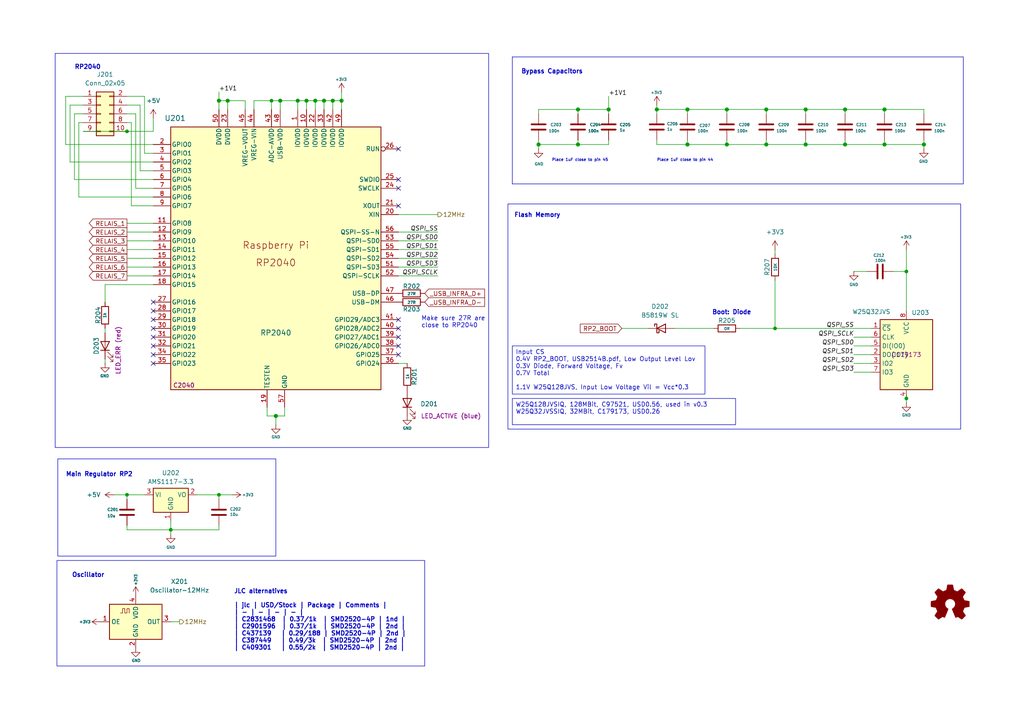
<source format=kicad_sch>
(kicad_sch (version 20231120) (generator "eeschema") (generator_version "8.0")
  (paper "A4")
  (title_block (title "Octoprobe tentacle") (date "2025-02-13") (rev "0.4") (company "Hans Märki, Märki Informatik") (comment 1 "The MIT License (MIT)"))
  (lib_symbols
    (symbol "00_project_library:AMS1117-3.3"
      (property "Reference" "U" (at -3.81 3.175 0))
      (property "Value" "AMS1117-3.3" (at 0 3.175 0))
      (symbol "AMS1117-3.3_0_1"
        (rectangle (start -5.08 1.905) (end 5.08 -5.08) (stroke (width 0.254)) (fill (type background)))
      )
      (symbol "AMS1117-3.3_1_1"
        (pin power_in line (at 0 -7.62 90) (length 2.54) (name "GND") (number "1"))
        (pin power_out line (at 7.62 0 180) (length 2.54) (name "VO") (number "2"))
        (pin power_in line (at -7.62 0 0) (length 2.54) (name "VI") (number "3"))
      )
    )
    (symbol "00_project_library:C" (pin_numbers hide) (pin_names (offset 0.254))
      (property "Reference" "C" (at 0.635 2.54 0))
      (property "Value" "C" (at 0.635 -2.54 0))
      (symbol "C_0_1"
        (polyline (pts (xy -2.032 -0.762) (xy 2.032 -0.762)) (stroke (width 0.508)))
        (polyline (pts (xy -2.032 0.762) (xy 2.032 0.762)) (stroke (width 0.508)))
      )
      (symbol "C_1_1"
        (pin passive line (at 0 3.81 270) (length 2.794) (name "~") (number "1"))
        (pin passive line (at 0 -3.81 90) (length 2.794) (name "~") (number "2"))
      )
    )
    (symbol "00_project_library:LED BLUE" (pin_numbers hide) (pin_names (offset 1.016) hide)
      (property "Reference" "D" (at 0 2.54 0))
      (property "Value" "LED BLUE" (at 0 -2.54 0))
      (symbol "LED BLUE_0_1"
        (polyline (pts (xy -1.27 -1.27) (xy -1.27 1.27)) (stroke (width 0.254)))
        (polyline (pts (xy -1.27 0) (xy 1.27 0)))
        (polyline (pts (xy 1.27 -1.27) (xy 1.27 1.27) (xy -1.27 0) (xy 1.27 -1.27)) (stroke (width 0.254)))
        (polyline (pts (xy -3.048 -0.762) (xy -4.572 -2.286) (xy -3.81 -2.286) (xy -4.572 -2.286) (xy -4.572 -1.524)))
        (polyline (pts (xy -1.778 -0.762) (xy -3.302 -2.286) (xy -2.54 -2.286) (xy -3.302 -2.286) (xy -3.302 -1.524)))
      )
      (symbol "LED BLUE_1_1"
        (pin passive line (at -3.81 0 0) (length 2.54) (name "K") (number "1"))
        (pin passive line (at 3.81 0 180) (length 2.54) (name "A") (number "2"))
      )
    )
    (symbol "00_project_library:LED GREEN" (pin_numbers hide) (pin_names (offset 1.016) hide)
      (property "Reference" "D" (at 0 2.54 0))
      (property "Value" "LED GREEN" (at 0 -2.54 0))
      (symbol "LED GREEN_0_1"
        (polyline (pts (xy -1.27 -1.27) (xy -1.27 1.27)) (stroke (width 0.254)))
        (polyline (pts (xy -1.27 0) (xy 1.27 0)))
        (polyline (pts (xy 1.27 -1.27) (xy 1.27 1.27) (xy -1.27 0) (xy 1.27 -1.27)) (stroke (width 0.254)))
        (polyline (pts (xy -3.048 -0.762) (xy -4.572 -2.286) (xy -3.81 -2.286) (xy -4.572 -2.286) (xy -4.572 -1.524)))
        (polyline (pts (xy -1.778 -0.762) (xy -3.302 -2.286) (xy -2.54 -2.286) (xy -3.302 -2.286) (xy -3.302 -1.524)))
      )
      (symbol "LED GREEN_1_1"
        (pin passive line (at -3.81 0 0) (length 2.54) (name "K") (number "1"))
        (pin passive line (at 3.81 0 180) (length 2.54) (name "A") (number "2"))
      )
    )
    (symbol "00_project_library:Oscillator-12MHz"
      (property "Reference" "X" (at -5.08 6.35 0))
      (property "Value" "Oscillator-12MHz" (at 1.27 -6.35 0))
      (symbol "Oscillator-12MHz_0_1"
        (rectangle (start -7.62 5.08) (end 7.62 -5.08) (stroke (width 0.254)) (fill (type background)))
        (polyline (pts (xy -4.445 2.54) (xy -3.81 2.54) (xy -3.81 3.81) (xy -3.175 3.81) (xy -3.175 2.54) (xy -2.54 2.54) (xy -2.54 3.81) (xy -1.905 3.81) (xy -1.905 2.54)))
      )
      (symbol "Oscillator-12MHz_1_1"
        (pin input line (at -10.16 0 0) (length 2.54) (name "OE") (number "1"))
        (pin power_in line (at 0 -7.62 90) (length 2.54) (name "GND") (number "2"))
        (pin output line (at 10.16 0 180) (length 2.54) (name "OUT") (number "3"))
        (pin power_in line (at 0 7.62 270) (length 2.54) (name "VDD") (number "4"))
      )
    )
    (symbol "00_project_library:RP2040" (pin_names (offset 0.254))
      (property "Reference" "U" (at 1.27 78.74 0))
      (property "Value" "RP2040" (at 30.48 16.51 0))
      (symbol "RP2040_0_0"
        (text "Raspberry Pi" (at 30.48 41.91 0) (effects (font (size 2 2))))
        (text "RP2040" (at 30.48 36.83 0) (effects (font (size 2 2))))
      )
      (symbol "RP2040_1_0"
        (rectangle (start 0 76.2) (end 60.96 0) (stroke (width 0.254)) (fill (type background)))
      )
      (symbol "RP2040_1_1"
        (pin power_in line (at 36.83 81.28 270) (length 5.08) (name "IOVDD") (number "1"))
        (pin power_in line (at 39.37 81.28 270) (length 5.08) (name "IOVDD") (number "10"))
        (pin bidirectional line (at -5.08 48.26 0) (length 5.08) (name "GPIO8") (number "11"))
        (pin bidirectional line (at -5.08 45.72 0) (length 5.08) (name "GPIO9") (number "12"))
        (pin bidirectional line (at -5.08 43.18 0) (length 5.08) (name "GPIO10") (number "13"))
        (pin bidirectional line (at -5.08 40.64 0) (length 5.08) (name "GPIO11") (number "14"))
        (pin bidirectional line (at -5.08 38.1 0) (length 5.08) (name "GPIO12") (number "15"))
        (pin bidirectional line (at -5.08 35.56 0) (length 5.08) (name "GPIO13") (number "16"))
        (pin bidirectional line (at -5.08 33.02 0) (length 5.08) (name "GPIO14") (number "17"))
        (pin bidirectional line (at -5.08 30.48 0) (length 5.08) (name "GPIO15") (number "18"))
        (pin input line (at 27.94 -5.08 90) (length 5.08) (name "TESTEN") (number "19"))
        (pin bidirectional line (at -5.08 71.12 0) (length 5.08) (name "GPIO0") (number "2"))
        (pin bidirectional line (at 66.04 50.8 180) (length 5.08) (name "XIN") (number "20"))
        (pin output line (at 66.04 53.34 180) (length 5.08) (name "XOUT") (number "21"))
        (pin power_in line (at 41.91 81.28 270) (length 5.08) (name "IOVDD") (number "22"))
        (pin power_in line (at 16.51 81.28 270) (length 5.08) (name "DVDD") (number "23"))
        (pin unspecified line (at 66.04 58.42 180) (length 5.08) (name "SWCLK") (number "24"))
        (pin unspecified line (at 66.04 60.96 180) (length 5.08) (name "SWDIO") (number "25"))
        (pin input inverted (at 66.04 69.85 180) (length 5.08) (name "RUN") (number "26"))
        (pin bidirectional line (at -5.08 25.4 0) (length 5.08) (name "GPIO16") (number "27"))
        (pin bidirectional line (at -5.08 22.86 0) (length 5.08) (name "GPIO17") (number "28"))
        (pin bidirectional line (at -5.08 20.32 0) (length 5.08) (name "GPIO18") (number "29"))
        (pin bidirectional line (at -5.08 68.58 0) (length 5.08) (name "GPIO1") (number "3"))
        (pin bidirectional line (at -5.08 17.78 0) (length 5.08) (name "GPIO19") (number "30"))
        (pin bidirectional line (at -5.08 15.24 0) (length 5.08) (name "GPIO20") (number "31"))
        (pin bidirectional line (at -5.08 12.7 0) (length 5.08) (name "GPIO21") (number "32"))
        (pin power_in line (at 44.45 81.28 270) (length 5.08) (name "IOVDD") (number "33"))
        (pin bidirectional line (at -5.08 10.16 0) (length 5.08) (name "GPIO22") (number "34"))
        (pin bidirectional line (at -5.08 7.62 0) (length 5.08) (name "GPIO23") (number "35"))
        (pin bidirectional line (at 66.04 7.62 180) (length 5.08) (name "GPIO24") (number "36"))
        (pin bidirectional line (at 66.04 10.16 180) (length 5.08) (name "GPIO25") (number "37"))
        (pin bidirectional line (at 66.04 12.7 180) (length 5.08) (name "GPIO26/ADC0") (number "38"))
        (pin bidirectional line (at 66.04 15.24 180) (length 5.08) (name "GPIO27/ADC1") (number "39"))
        (pin bidirectional line (at -5.08 66.04 0) (length 5.08) (name "GPIO2") (number "4"))
        (pin bidirectional line (at 66.04 17.78 180) (length 5.08) (name "GPIO28/ADC2") (number "40"))
        (pin bidirectional line (at 66.04 20.32 180) (length 5.08) (name "GPIO29/ADC3") (number "41"))
        (pin power_in line (at 46.99 81.28 270) (length 5.08) (name "IOVDD") (number "42"))
        (pin power_in line (at 29.21 81.28 270) (length 5.08) (name "ADC-AVDD") (number "43"))
        (pin power_in line (at 24.13 81.28 270) (length 5.08) (name "VREG-VIN") (number "44"))
        (pin power_out line (at 21.59 81.28 270) (length 5.08) (name "VREG-VOUT") (number "45"))
        (pin bidirectional line (at 66.04 25.4 180) (length 5.08) (name "USB-DM") (number "46"))
        (pin bidirectional line (at 66.04 27.94 180) (length 5.08) (name "USB-DP") (number "47"))
        (pin power_in line (at 31.75 81.28 270) (length 5.08) (name "USB-VDD") (number "48"))
        (pin power_in line (at 49.53 81.28 270) (length 5.08) (name "IOVDD") (number "49"))
        (pin bidirectional line (at -5.08 63.5 0) (length 5.08) (name "GPIO3") (number "5"))
        (pin power_in line (at 13.97 81.28 270) (length 5.08) (name "DVDD") (number "50"))
        (pin bidirectional line (at 66.04 35.56 180) (length 5.08) (name "QSPI-SD3") (number "51"))
        (pin bidirectional line (at 66.04 33.02 180) (length 5.08) (name "QSPI-SCLK") (number "52"))
        (pin bidirectional line (at 66.04 43.18 180) (length 5.08) (name "QSPI-SD0") (number "53"))
        (pin bidirectional line (at 66.04 38.1 180) (length 5.08) (name "QSPI-SD2") (number "54"))
        (pin bidirectional line (at 66.04 40.64 180) (length 5.08) (name "QSPI-SD1") (number "55"))
        (pin bidirectional line (at 66.04 45.72 180) (length 5.08) (name "QSPI-SS-N") (number "56"))
        (pin power_in line (at 33.02 -5.08 90) (length 5.08) (name "GND") (number "57"))
        (pin bidirectional line (at -5.08 60.96 0) (length 5.08) (name "GPIO4") (number "6"))
        (pin bidirectional line (at -5.08 58.42 0) (length 5.08) (name "GPIO5") (number "7"))
        (pin bidirectional line (at -5.08 55.88 0) (length 5.08) (name "GPIO6") (number "8"))
        (pin bidirectional line (at -5.08 53.34 0) (length 5.08) (name "GPIO7") (number "9"))
      )
    )
    (symbol "00_project_library:W25Q32JVS"
      (property "Reference" "U" (at -8.89 8.89 0))
      (property "Value" "W25Q32JVS" (at 8.89 12.7 0))
      (property "JLC" "C179173" (at 0 0 0))
      (symbol "W25Q32JVS_0_1"
        (rectangle (start -7.62 10.16) (end 7.62 -10.16) (stroke (width 0.254)) (fill (type background)))
      )
      (symbol "W25Q32JVS_1_1"
        (pin input line (at -10.16 7.62 0) (length 2.54) (name "~{CS}") (number "1"))
        (pin bidirectional line (at -10.16 0 0) (length 2.54) (name "DO(IO1)") (number "2"))
        (pin bidirectional line (at -10.16 -2.54 0) (length 2.54) (name "IO2") (number "3"))
        (pin power_in line (at 0 -12.7 90) (length 2.54) (name "GND") (number "4"))
        (pin bidirectional line (at -10.16 2.54 0) (length 2.54) (name "DI(IO0)") (number "5"))
        (pin input line (at -10.16 5.08 0) (length 2.54) (name "CLK") (number "6"))
        (pin bidirectional line (at -10.16 -5.08 0) (length 2.54) (name "IO3") (number "7"))
        (pin power_in line (at 0 12.7 270) (length 2.54) (name "VCC") (number "8"))
      )
    )
    (symbol "Connector_Generic:Conn_02x05_Odd_Even" (pin_names (offset 1.016) hide)
      (property "Reference" "J" (at 1.27 7.62 0))
      (property "Value" "Conn_02x05_Odd_Even" (at 1.27 -7.62 0))
      (symbol "Conn_02x05_Odd_Even_1_1"
        (rectangle (start -1.27 -4.953) (end 0 -5.207) (stroke (width 0.1524)))
        (rectangle (start -1.27 -2.413) (end 0 -2.667) (stroke (width 0.1524)))
        (rectangle (start -1.27 0.127) (end 0 -0.127) (stroke (width 0.1524)))
        (rectangle (start -1.27 2.667) (end 0 2.413) (stroke (width 0.1524)))
        (rectangle (start -1.27 5.207) (end 0 4.953) (stroke (width 0.1524)))
        (rectangle (start -1.27 6.35) (end 3.81 -6.35) (stroke (width 0.254)) (fill (type background)))
        (rectangle (start 3.81 -4.953) (end 2.54 -5.207) (stroke (width 0.1524)))
        (rectangle (start 3.81 -2.413) (end 2.54 -2.667) (stroke (width 0.1524)))
        (rectangle (start 3.81 0.127) (end 2.54 -0.127) (stroke (width 0.1524)))
        (rectangle (start 3.81 2.667) (end 2.54 2.413) (stroke (width 0.1524)))
        (rectangle (start 3.81 5.207) (end 2.54 4.953) (stroke (width 0.1524)))
        (pin passive line (at -5.08 5.08 0) (length 3.81) (name "Pin_1") (number "1"))
        (pin passive line (at 7.62 -5.08 180) (length 3.81) (name "Pin_10") (number "10"))
        (pin passive line (at 7.62 5.08 180) (length 3.81) (name "Pin_2") (number "2"))
        (pin passive line (at -5.08 2.54 0) (length 3.81) (name "Pin_3") (number "3"))
        (pin passive line (at 7.62 2.54 180) (length 3.81) (name "Pin_4") (number "4"))
        (pin passive line (at -5.08 0 0) (length 3.81) (name "Pin_5") (number "5"))
        (pin passive line (at 7.62 0 180) (length 3.81) (name "Pin_6") (number "6"))
        (pin passive line (at -5.08 -2.54 0) (length 3.81) (name "Pin_7") (number "7"))
        (pin passive line (at 7.62 -2.54 180) (length 3.81) (name "Pin_8") (number "8"))
        (pin passive line (at -5.08 -5.08 0) (length 3.81) (name "Pin_9") (number "9"))
      )
    )
    (symbol "Device:D_Schottky" (pin_numbers hide) (pin_names (offset 1.016) hide)
      (property "Reference" "D" (at 0 2.54 0))
      (property "Value" "D_Schottky" (at 0 -2.54 0))
      (symbol "D_Schottky_0_1"
        (polyline (pts (xy 1.27 0) (xy -1.27 0)))
        (polyline (pts (xy 1.27 1.27) (xy 1.27 -1.27) (xy -1.27 0) (xy 1.27 1.27)) (stroke (width 0.254)))
        (polyline (pts (xy -1.905 0.635) (xy -1.905 1.27) (xy -1.27 1.27) (xy -1.27 -1.27) (xy -0.635 -1.27) (xy -0.635 -0.635)) (stroke (width 0.254)))
      )
      (symbol "D_Schottky_1_1"
        (pin passive line (at -3.81 0 0) (length 2.54) (name "K") (number "1"))
        (pin passive line (at 3.81 0 180) (length 2.54) (name "A") (number "2"))
      )
    )
    (symbol "Device:R" (pin_numbers hide) (pin_names (offset 0))
      (property "Reference" "R" (at 2.032 0 90))
      (property "Value" "R" (at 0 0 90))
      (symbol "R_0_1"
        (rectangle (start -1.016 -2.54) (end 1.016 2.54) (stroke (width 0.254)))
      )
      (symbol "R_1_1"
        (pin passive line (at 0 3.81 270) (length 1.27) (name "~") (number "1"))
        (pin passive line (at 0 -3.81 90) (length 1.27) (name "~") (number "2"))
      )
    )
    (symbol "Graphic:Logo_Open_Hardware_Small" (in_bom no) (on_board no)
      (symbol "Logo_Open_Hardware_Small_0_1"
        (polyline (pts (xy 3.3528 -4.3434) (xy 3.302 -4.318) (xy 3.175 -4.2418) (xy 2.9972 -4.1148) (xy 2.7686 -3.9624) (xy 2.54 -3.81) (xy 2.3622 -3.7084) (xy 2.2352 -3.6068) (xy 2.1844 -3.5814) (xy 2.159 -3.6068) (xy 2.0574 -3.6576) (xy 1.905 -3.7338) (xy 1.8034 -3.7846) (xy 1.6764 -3.8354) (xy 1.6002 -3.8354) (xy 1.6002 -3.8354) (xy 1.5494 -3.7338) (xy 1.4732 -3.5306) (xy 1.3462 -3.302) (xy 1.2446 -3.0226) (xy 1.1176 -2.7178) (xy 0.9652 -2.413) (xy 0.8636 -2.1082) (xy 0.7366 -1.8288) (xy 0.6604 -1.6256) (xy 0.6096 -1.4732) (xy 0.5842 -1.397) (xy 0.5842 -1.397) (xy 0.6604 -1.3208) (xy 0.7874 -1.2446) (xy 1.0414 -1.016) (xy 1.2954 -0.6858) (xy 1.4478 -0.3302) (xy 1.524 0.0762) (xy 1.4732 0.4572) (xy 1.3208 0.8128) (xy 1.0668 1.143) (xy 0.762 1.3716) (xy 0.4064 1.524) (xy 0 1.5748) (xy -0.381 1.5494) (xy -0.7366 1.397) (xy -1.0668 1.143) (xy -1.2192 0.9906) (xy -1.397 0.6604) (xy -1.524 0.3048) (xy -1.524 0.2286) (xy -1.4986 -0.1778) (xy -1.397 -0.5334) (xy -1.1938 -0.8636) (xy -0.9144 -1.143) (xy -0.8636 -1.1684) (xy -0.7366 -1.27) (xy -0.635 -1.3462) (xy -0.5842 -1.397) (xy -1.0668 -2.5908) (xy -1.143 -2.794) (xy -1.2954 -3.1242) (xy -1.397 -3.4036) (xy -1.4986 -3.6322) (xy -1.5748 -3.7846) (xy -1.6002 -3.8354) (xy -1.6002 -3.8354) (xy -1.651 -3.8354) (xy -1.7272 -3.81) (xy -1.905 -3.7338) (xy -2.0066 -3.683) (xy -2.1336 -3.6068) (xy -2.2098 -3.5814) (xy -2.2606 -3.6068) (xy -2.3622 -3.683) (xy -2.54 -3.81) (xy -2.7686 -3.9624) (xy -2.9718 -4.0894) (xy -3.1496 -4.2164) (xy -3.302 -4.318) (xy -3.3528 -4.3434) (xy -3.3782 -4.3434) (xy -3.429 -4.318) (xy -3.5306 -4.2164) (xy -3.7084 -4.064) (xy -3.937 -3.8354) (xy -3.9624 -3.81) (xy -4.1656 -3.6068) (xy -4.318 -3.4544) (xy -4.4196 -3.3274) (xy -4.445 -3.2766) (xy -4.445 -3.2766) (xy -4.4196 -3.2258) (xy -4.318 -3.0734) (xy -4.2164 -2.8956) (xy -4.064 -2.667) (xy -3.6576 -2.0828) (xy -3.8862 -1.5494) (xy -3.937 -1.3716) (xy -4.0386 -1.1684) (xy -4.0894 -1.0414) (xy -4.1148 -0.9652) (xy -4.191 -0.9398) (xy -4.318 -0.9144) (xy -4.5466 -0.8636) (xy -4.8006 -0.8128) (xy -5.0546 -0.7874) (xy -5.2578 -0.7366) (xy -5.4356 -0.7112) (xy -5.5118 -0.6858) (xy -5.5118 -0.6858) (xy -5.5372 -0.635) (xy -5.5372 -0.5588) (xy -5.5372 -0.4318) (xy -5.5626 -0.2286) (xy -5.5626 0.0762) (xy -5.5626 0.127) (xy -5.5372 0.4064) (xy -5.5372 0.635) (xy -5.5372 0.762) (xy -5.5372 0.8382) (xy -5.5372 0.8382) (xy -5.461 0.8382) (xy -5.3086 0.889) (xy -5.08 0.9144) (xy -4.826 0.9652) (xy -4.8006 0.9906) (xy -4.5466 1.0414) (xy -4.318 1.0668) (xy -4.1656 1.1176) (xy -4.0894 1.143) (xy -4.0894 1.143) (xy -4.0386 1.2446) (xy -3.9624 1.4224) (xy -3.8608 1.6256) (xy -3.7846 1.8288) (xy -3.7084 2.0066) (xy -3.6576 2.159) (xy -3.6322 2.2098) (xy -3.6322 2.2098) (xy -3.683 2.286) (xy -3.7592 2.413) (xy -3.8862 2.5908) (xy -4.064 2.8194) (xy -4.064 2.8448) (xy -4.2164 3.0734) (xy -4.3434 3.2512) (xy -4.4196 3.3782) (xy -4.445 3.4544) (xy -4.445 3.4544) (xy -4.3942 3.5052) (xy -4.2926 3.6322) (xy -4.1148 3.81) (xy -3.937 4.0132) (xy -3.8608 4.064) (xy -3.6576 4.2926) (xy -3.5052 4.4196) (xy -3.4036 4.4958) (xy -3.3528 4.5212) (xy -3.3528 4.5212) (xy -3.302 4.4704) (xy -3.1496 4.3688) (xy -2.9718 4.2418) (xy -2.7432 4.0894) (xy -2.7178 4.0894) (xy -2.4892 3.937) (xy -2.3114 3.81) (xy -2.1844 3.7084) (xy -2.1336 3.683) (xy -2.1082 3.683) (xy -2.032 3.7084) (xy -1.8542 3.7592) (xy -1.6764 3.8354) (xy -1.4732 3.937) (xy -1.27 4.0132) (xy -1.143 4.064) (xy -1.0668 4.1148) (xy -1.0668 4.1148) (xy -1.0414 4.191) (xy -1.016 4.3434) (xy -0.9652 4.572) (xy -0.9144 4.8514) (xy -0.889 4.9022) (xy -0.8382 5.1562) (xy -0.8128 5.3848) (xy -0.7874 5.5372) (xy -0.762 5.588) (xy -0.7112 5.6134) (xy -0.5842 5.6134) (xy -0.4064 5.6134) (xy -0.1524 5.6134) (xy 0.0762 5.6134) (xy 0.3302 5.6134) (xy 0.5334 5.6134) (xy 0.6858 5.588) (xy 0.7366 5.588) (xy 0.7366 5.588) (xy 0.762 5.5118) (xy 0.8128 5.334) (xy 0.8382 5.1054) (xy 0.9144 4.826) (xy 0.9144 4.7752) (xy 0.9652 4.5212) (xy 1.016 4.2926) (xy 1.0414 4.1402) (xy 1.0668 4.0894) (xy 1.0668 4.0894) (xy 1.1938 4.0386) (xy 1.3716 3.9624) (xy 1.5748 3.8608) (xy 2.0828 3.6576) (xy 2.7178 4.0894) (xy 2.7686 4.1402) (xy 2.9972 4.2926) (xy 3.175 4.4196) (xy 3.302 4.4958) (xy 3.3782 4.5212) (xy 3.3782 4.5212) (xy 3.429 4.4704) (xy 3.556 4.3434) (xy 3.7338 4.191) (xy 3.9116 3.9878) (xy 4.064 3.8354) (xy 4.2418 3.6576) (xy 4.3434 3.556) (xy 4.4196 3.4798) (xy 4.4196 3.429) (xy 4.4196 3.4036) (xy 4.3942 3.3274) (xy 4.2926 3.2004) (xy 4.1656 2.9972) (xy 4.0132 2.794) (xy 3.8862 2.5908) (xy 3.7592 2.3876) (xy 3.6576 2.2352) (xy 3.6322 2.159) (xy 3.6322 2.1336) (xy 3.683 2.0066) (xy 3.7592 1.8288) (xy 3.8608 1.6002) (xy 4.064 1.1176) (xy 4.3942 1.0414) (xy 4.5974 1.016) (xy 4.8768 0.9652) (xy 5.1308 0.9144) (xy 5.5372 0.8382) (xy 5.5626 -0.6604) (xy 5.4864 -0.6858) (xy 5.4356 -0.6858) (xy 5.2832 -0.7366) (xy 5.0546 -0.762) (xy 4.8006 -0.8128) (xy 4.5974 -0.8636) (xy 4.3688 -0.9144) (xy 4.2164 -0.9398) (xy 4.1402 -0.9398) (xy 4.1148 -0.9652) (xy 4.064 -1.0668) (xy 3.9878 -1.2446) (xy 3.9116 -1.4478) (xy 3.81 -1.651) (xy 3.7338 -1.8542) (xy 3.683 -2.0066) (xy 3.6576 -2.0828) (xy 3.683 -2.1336) (xy 3.7846 -2.2606) (xy 3.8862 -2.4638) (xy 4.0386 -2.667) (xy 4.191 -2.8956) (xy 4.318 -3.0734) (xy 4.3942 -3.2004) (xy 4.445 -3.2766) (xy 4.4196 -3.3274) (xy 4.3434 -3.429) (xy 4.1656 -3.5814) (xy 3.937 -3.8354) (xy 3.8862 -3.8608) (xy 3.683 -4.064) (xy 3.5306 -4.2164) (xy 3.4036 -4.318) (xy 3.3528 -4.3434)) (fill (type outline)))
      )
    )
    (symbol "power:+3V3" (power) (pin_numbers hide) (pin_names (offset 0) hide)
      (property "Value" "+3V3" (at 0 3.556 0))
      (symbol "+3V3_0_1"
        (polyline (pts (xy -0.762 1.27) (xy 0 2.54)))
        (polyline (pts (xy 0 0) (xy 0 2.54)))
        (polyline (pts (xy 0 2.54) (xy 0.762 1.27)))
      )
      (symbol "+3V3_1_1"
        (pin power_in line (at 0 0 90) (length 0) (name "~") (number "1"))
      )
    )
    (symbol "power:+5V" (power) (pin_numbers hide) (pin_names (offset 0) hide)
      (property "Value" "+5V" (at 0 3.556 0))
      (symbol "+5V_0_1"
        (polyline (pts (xy -0.762 1.27) (xy 0 2.54)))
        (polyline (pts (xy 0 0) (xy 0 2.54)))
        (polyline (pts (xy 0 2.54) (xy 0.762 1.27)))
      )
      (symbol "+5V_1_1"
        (pin power_in line (at 0 0 90) (length 0) (name "~") (number "1"))
      )
    )
    (symbol "power:GND" (power) (pin_numbers hide) (pin_names (offset 0) hide)
      (property "Value" "GND" (at 0 -3.81 0))
      (symbol "GND_0_1"
        (polyline (pts (xy 0 0) (xy 0 -1.27) (xy 1.27 -1.27) (xy 0 -2.54) (xy -1.27 -1.27) (xy 0 -1.27)))
      )
      (symbol "GND_1_1"
        (pin power_in line (at 0 0 270) (length 0) (name "~") (number "1"))
      )
    )
  )
  (junction (at 91.44 29.21) (diameter 1.016))
  (junction (at 80.01 120.65) (diameter 1.016))
  (junction (at 262.89 78.74))
  (junction (at 176.53 31.75) (diameter 1.016))
  (junction (at 262.89 115.57))
  (junction (at 99.06 29.21) (diameter 1.016))
  (junction (at 222.25 31.75) (diameter 1.016))
  (junction (at 156.21 41.91) (diameter 1.016))
  (junction (at 78.74 29.21))
  (junction (at 233.68 31.75) (diameter 1.016))
  (junction (at 63.5 29.21) (diameter 1.016))
  (junction (at 222.25 41.91) (diameter 1.016))
  (junction (at 245.11 31.75) (diameter 1.016))
  (junction (at 88.9 29.21) (diameter 1.016))
  (junction (at 49.53 153.67))
  (junction (at 167.64 41.91) (diameter 1.016))
  (junction (at 81.28 29.21) (diameter 1.016))
  (junction (at 36.83 38.1))
  (junction (at 210.82 31.75) (diameter 1.016))
  (junction (at 190.5 31.75) (diameter 1.016))
  (junction (at 267.97 41.91) (diameter 1.016))
  (junction (at 96.52 29.21) (diameter 1.016))
  (junction (at 36.83 143.51))
  (junction (at 86.36 29.21) (diameter 1.016))
  (junction (at 66.04 29.21) (diameter 1.016))
  (junction (at 224.79 95.25))
  (junction (at 256.54 31.75) (diameter 1.016))
  (junction (at 199.39 41.91) (diameter 1.016))
  (junction (at 63.5 143.51))
  (junction (at 210.82 41.91) (diameter 1.016))
  (junction (at 256.54 41.91) (diameter 1.016))
  (junction (at 93.98 29.21) (diameter 1.016))
  (junction (at 233.68 41.91) (diameter 1.016))
  (junction (at 245.11 41.91) (diameter 1.016))
  (junction (at 167.64 31.75) (diameter 1.016))
  (junction (at 199.39 31.75) (diameter 1.016))
  (no_connect (at 44.45 105.41))
  (no_connect (at 44.45 95.25))
  (no_connect (at 44.45 87.63))
  (no_connect (at 115.57 102.87))
  (no_connect (at 115.57 52.07))
  (no_connect (at 44.45 90.17))
  (no_connect (at 44.45 100.33))
  (no_connect (at 115.57 100.33))
  (no_connect (at 115.57 95.25))
  (no_connect (at 115.57 59.69))
  (no_connect (at 115.57 92.71))
  (no_connect (at 115.57 54.61))
  (no_connect (at 44.45 92.71))
  (no_connect (at 44.45 102.87))
  (no_connect (at 115.57 43.18))
  (no_connect (at 44.45 97.79))
  (no_connect (at 115.57 97.79))
  (wire (pts (xy 36.83 27.94) (xy 41.91 27.94)))
  (wire (pts (xy 99.06 31.75) (xy 99.06 29.21)))
  (wire (pts (xy 38.1 59.69) (xy 44.45 59.69)))
  (wire (pts (xy 262.89 72.39) (xy 262.89 78.74)))
  (wire (pts (xy 36.83 30.48) (xy 40.64 30.48)))
  (wire (pts (xy 115.57 69.85) (xy 127 69.85)))
  (wire (pts (xy 19.05 27.94) (xy 19.05 41.91)))
  (wire (pts (xy 80.01 120.65) (xy 82.55 120.65)))
  (wire (pts (xy 82.55 120.65) (xy 82.55 118.11)))
  (wire (pts (xy 91.44 29.21) (xy 93.98 29.21)))
  (wire (pts (xy 81.28 31.75) (xy 81.28 29.21)))
  (wire (pts (xy 222.25 41.91) (xy 210.82 41.91)))
  (wire (pts (xy 96.52 29.21) (xy 99.06 29.21)))
  (wire (pts (xy 93.98 29.21) (xy 96.52 29.21)))
  (wire (pts (xy 256.54 33.02) (xy 256.54 31.75)))
  (wire (pts (xy 19.05 41.91) (xy 44.45 41.91)))
  (wire (pts (xy 44.45 52.07) (xy 21.59 52.07)))
  (wire (pts (xy 262.89 78.74) (xy 262.89 90.17)))
  (wire (pts (xy 63.5 144.78) (xy 63.5 143.51)))
  (wire (pts (xy 30.48 82.55) (xy 30.48 87.63)))
  (wire (pts (xy 49.53 153.67) (xy 49.53 154.94)))
  (wire (pts (xy 199.39 40.64) (xy 199.39 41.91)))
  (wire (pts (xy 115.57 62.23) (xy 127 62.23)))
  (wire (pts (xy 252.73 105.41) (xy 247.65 105.41)))
  (wire (pts (xy 233.68 33.02) (xy 233.68 31.75)))
  (polyline (pts (xy 148.59 16.51) (xy 148.59 53.34)))
  (wire (pts (xy 190.5 31.75) (xy 190.5 33.02)))
  (wire (pts (xy 167.64 41.91) (xy 167.64 40.64)))
  (wire (pts (xy 256.54 31.75) (xy 267.97 31.75)))
  (wire (pts (xy 24.13 38.1) (xy 36.83 38.1)))
  (wire (pts (xy 262.89 115.57) (xy 262.89 116.84)))
  (wire (pts (xy 115.57 67.31) (xy 127 67.31)))
  (wire (pts (xy 199.39 31.75) (xy 210.82 31.75)))
  (wire (pts (xy 78.74 31.75) (xy 78.74 29.21)))
  (wire (pts (xy 256.54 41.91) (xy 245.11 41.91)))
  (wire (pts (xy 224.79 95.25) (xy 252.73 95.25)))
  (wire (pts (xy 80.01 123.19) (xy 80.01 120.65)))
  (wire (pts (xy 252.73 100.33) (xy 247.65 100.33)))
  (polyline (pts (xy 279.4 53.34) (xy 148.59 53.34)))
  (wire (pts (xy 190.5 40.64) (xy 190.5 41.91)))
  (wire (pts (xy 245.11 41.91) (xy 233.68 41.91)))
  (wire (pts (xy 245.11 40.64) (xy 245.11 41.91)))
  (wire (pts (xy 38.1 35.56) (xy 38.1 59.69)))
  (wire (pts (xy 156.21 41.91) (xy 167.64 41.91)))
  (wire (pts (xy 36.83 152.4) (xy 36.83 153.67)))
  (wire (pts (xy 247.65 78.74) (xy 251.46 78.74)))
  (wire (pts (xy 88.9 29.21) (xy 91.44 29.21)))
  (wire (pts (xy 115.57 72.39) (xy 127 72.39)))
  (wire (pts (xy 78.74 29.21) (xy 81.28 29.21)))
  (wire (pts (xy 36.83 143.51) (xy 36.83 144.78)))
  (wire (pts (xy 93.98 31.75) (xy 93.98 29.21)))
  (wire (pts (xy 245.11 31.75) (xy 256.54 31.75)))
  (wire (pts (xy 267.97 41.91) (xy 267.97 43.18)))
  (wire (pts (xy 63.5 26.67) (xy 63.5 29.21)))
  (wire (pts (xy 115.57 105.41) (xy 118.11 105.41)))
  (wire (pts (xy 66.04 31.75) (xy 66.04 29.21)))
  (wire (pts (xy 77.47 120.65) (xy 77.47 118.11)))
  (wire (pts (xy 44.45 46.99) (xy 20.32 46.99)))
  (wire (pts (xy 86.36 31.75) (xy 86.36 29.21)))
  (wire (pts (xy 245.11 33.02) (xy 245.11 31.75)))
  (wire (pts (xy 224.79 81.28) (xy 224.79 95.25)))
  (wire (pts (xy 252.73 97.79) (xy 247.65 97.79)))
  (wire (pts (xy 267.97 33.02) (xy 267.97 31.75)))
  (wire (pts (xy 176.53 27.94) (xy 176.53 31.75)))
  (wire (pts (xy 73.66 31.75) (xy 73.66 29.21)))
  (wire (pts (xy 259.08 78.74) (xy 262.89 78.74)))
  (wire (pts (xy 21.59 33.02) (xy 21.59 52.07)))
  (wire (pts (xy 36.83 80.01) (xy 44.45 80.01)))
  (wire (pts (xy 36.83 69.85) (xy 44.45 69.85)))
  (wire (pts (xy 190.5 31.75) (xy 199.39 31.75)))
  (wire (pts (xy 190.5 41.91) (xy 199.39 41.91)))
  (wire (pts (xy 49.53 151.13) (xy 49.53 153.67)))
  (wire (pts (xy 195.58 95.25) (xy 207.01 95.25)))
  (wire (pts (xy 39.37 33.02) (xy 39.37 54.61)))
  (wire (pts (xy 91.44 31.75) (xy 91.44 29.21)))
  (wire (pts (xy 22.86 35.56) (xy 22.86 57.15)))
  (wire (pts (xy 86.36 29.21) (xy 88.9 29.21)))
  (wire (pts (xy 96.52 29.21) (xy 96.52 31.75)))
  (wire (pts (xy 267.97 40.64) (xy 267.97 41.91)))
  (wire (pts (xy 210.82 40.64) (xy 210.82 41.91)))
  (wire (pts (xy 36.83 33.02) (xy 39.37 33.02)))
  (wire (pts (xy 262.89 114.3) (xy 262.89 115.57)))
  (wire (pts (xy 36.83 74.93) (xy 44.45 74.93)))
  (wire (pts (xy 156.21 31.75) (xy 167.64 31.75)))
  (wire (pts (xy 20.32 30.48) (xy 20.32 46.99)))
  (wire (pts (xy 36.83 153.67) (xy 49.53 153.67)))
  (wire (pts (xy 71.12 29.21) (xy 66.04 29.21)))
  (wire (pts (xy 41.91 143.51) (xy 36.83 143.51)))
  (wire (pts (xy 33.02 143.51) (xy 36.83 143.51)))
  (wire (pts (xy 36.83 72.39) (xy 44.45 72.39)))
  (wire (pts (xy 30.48 95.25) (xy 30.48 96.52)))
  (wire (pts (xy 41.91 44.45) (xy 44.45 44.45)))
  (wire (pts (xy 176.53 31.75) (xy 176.53 33.02)))
  (wire (pts (xy 252.73 107.95) (xy 247.65 107.95)))
  (wire (pts (xy 214.63 95.25) (xy 224.79 95.25)))
  (wire (pts (xy 233.68 40.64) (xy 233.68 41.91)))
  (wire (pts (xy 73.66 29.21) (xy 78.74 29.21)))
  (wire (pts (xy 156.21 41.91) (xy 156.21 43.18)))
  (wire (pts (xy 67.31 143.51) (xy 63.5 143.51)))
  (wire (pts (xy 233.68 41.91) (xy 222.25 41.91)))
  (wire (pts (xy 224.79 72.39) (xy 224.79 73.66)))
  (wire (pts (xy 233.68 31.75) (xy 245.11 31.75)))
  (wire (pts (xy 49.53 180.34) (xy 52.07 180.34)))
  (wire (pts (xy 36.83 67.31) (xy 44.45 67.31)))
  (wire (pts (xy 210.82 33.02) (xy 210.82 31.75)))
  (polyline (pts (xy 148.59 16.51) (xy 279.4 16.51)))
  (wire (pts (xy 44.45 82.55) (xy 30.48 82.55)))
  (wire (pts (xy 49.53 153.67) (xy 63.5 153.67)))
  (wire (pts (xy 167.64 31.75) (xy 176.53 31.75)))
  (wire (pts (xy 180.34 95.25) (xy 187.96 95.25)))
  (wire (pts (xy 88.9 31.75) (xy 88.9 29.21)))
  (wire (pts (xy 176.53 41.91) (xy 167.64 41.91)))
  (wire (pts (xy 40.64 49.53) (xy 44.45 49.53)))
  (wire (pts (xy 81.28 29.21) (xy 86.36 29.21)))
  (wire (pts (xy 222.25 31.75) (xy 233.68 31.75)))
  (wire (pts (xy 252.73 102.87) (xy 247.65 102.87)))
  (wire (pts (xy 63.5 143.51) (xy 57.15 143.51)))
  (wire (pts (xy 222.25 40.64) (xy 222.25 41.91)))
  (wire (pts (xy 63.5 29.21) (xy 63.5 31.75)))
  (wire (pts (xy 80.01 120.65) (xy 77.47 120.65)))
  (wire (pts (xy 63.5 29.21) (xy 66.04 29.21)))
  (wire (pts (xy 167.64 33.02) (xy 167.64 31.75)))
  (wire (pts (xy 44.45 57.15) (xy 22.86 57.15)))
  (wire (pts (xy 210.82 41.91) (xy 199.39 41.91)))
  (wire (pts (xy 44.45 34.29) (xy 44.45 38.1)))
  (wire (pts (xy 63.5 152.4) (xy 63.5 153.67)))
  (wire (pts (xy 44.45 38.1) (xy 36.83 38.1)))
  (wire (pts (xy 256.54 41.91) (xy 267.97 41.91)))
  (wire (pts (xy 36.83 64.77) (xy 44.45 64.77)))
  (wire (pts (xy 39.37 54.61) (xy 44.45 54.61)))
  (wire (pts (xy 156.21 40.64) (xy 156.21 41.91)))
  (polyline (pts (xy 279.4 16.51) (xy 279.4 53.34)))
  (wire (pts (xy 99.06 26.67) (xy 99.06 29.21)))
  (wire (pts (xy 36.83 35.56) (xy 38.1 35.56)))
  (wire (pts (xy 115.57 80.01) (xy 127 80.01)))
  (wire (pts (xy 24.13 35.56) (xy 22.86 35.56)))
  (wire (pts (xy 256.54 40.64) (xy 256.54 41.91)))
  (wire (pts (xy 19.05 27.94) (xy 24.13 27.94)))
  (wire (pts (xy 36.83 77.47) (xy 44.45 77.47)))
  (wire (pts (xy 41.91 27.94) (xy 41.91 44.45)))
  (wire (pts (xy 115.57 77.47) (xy 127 77.47)))
  (wire (pts (xy 40.64 30.48) (xy 40.64 49.53)))
  (wire (pts (xy 190.5 30.48) (xy 190.5 31.75)))
  (wire (pts (xy 71.12 31.75) (xy 71.12 29.21)))
  (wire (pts (xy 24.13 33.02) (xy 21.59 33.02)))
  (wire (pts (xy 176.53 40.64) (xy 176.53 41.91)))
  (wire (pts (xy 30.48 104.14) (xy 30.48 105.41)))
  (wire (pts (xy 156.21 33.02) (xy 156.21 31.75)))
  (wire (pts (xy 210.82 31.75) (xy 222.25 31.75)))
  (wire (pts (xy 222.25 33.02) (xy 222.25 31.75)))
  (wire (pts (xy 24.13 30.48) (xy 20.32 30.48)))
  (wire (pts (xy 199.39 33.02) (xy 199.39 31.75)))
  (wire (pts (xy 115.57 74.93) (xy 127 74.93)))
  (rectangle (start 147.32 59.1509) (end 278.638 124.46))
  (rectangle (start 16.002 15.494) (end 141.732 129.794))
  (rectangle (start 16.764 133.096) (end 80.01 161.29))
  (rectangle (start 16.51 162.56) (end 123.19 193.167))
  (text_box "W25Q128JVSIQ, 128MBit, C97521, USD0.56, used in v0.3\nW25Q32JVSSIQ, 32MBit, C179173, USD0.26" (at 148.59 115.57 0) (size 64.77 7.62) (effects (font (size 1.27 1.27)) (justify left top)))
  (text_box "Input CS\n0.4V RP2_BOOT, USB2514B.pdf, Low Output Level Lov\n0.3V Diode, Forward Voltage, Fv\n0.7V Total\n\n1.1V W25Q128JVS, Input Low Voltage Vil = Vcc*0.3\n" (at 148.59 100.33 0) (size 55.88 13.97) (effects (font (size 1.27 1.27)) (justify left top)))
  (text "Oscillator" (at 20.828 167.64 0) (effects (font (size 1.27 1.27) (thickness 0.254) (bold yes)) (justify left bottom)))
  (text "JLC alternatives\n\n| jlc | USD/Stock | Package | Comments |\n| - | - | - | - |\n| C2831468  | 0.37/1k  | SMD2520-4P | 1nd |\n| C2901596  | 0.37/1k  | SMD2520-4P | 2nd |\n| C437139   | 0.29/188 | SMD2520-4P | 2nd |\n| C387449   | 0.49/3k  | SMD2520-4P | 2nd |\n| C409301   | 0.55/2k  | SMD2520-4P | 2nd |" (at 67.818 188.722 0) (effects (font (size 1.27 1.27) (thickness 0.254) (bold yes)) (justify left bottom)))
  (text "Make sure 27R are\nclose to RP2040" (at 122.174 95.25 0) (effects (font (size 1.27 1.27)) (justify left bottom)))
  (text "RP2040" (at 21.59 20.32 0) (effects (font (size 1.27 1.27) (thickness 0.254) (bold yes)) (justify left bottom)))
  (text "Place 1uF close to pin 44" (at 190.5 46.99 0) (effects (font (size 0.8 0.8)) (justify left bottom)))
  (text "Place 1uF close to pin 45" (at 160.02 46.99 0) (effects (font (size 0.8 0.8)) (justify left bottom)))
  (text "Boot: Diode" (at 206.502 91.44 0) (effects (font (size 1.27 1.27) (thickness 0.254) (bold yes)) (justify left bottom)))
  (text "Main Regulator RP2" (at 19.05 138.43 0) (effects (font (size 1.27 1.27) (thickness 0.254) (bold yes)) (justify left bottom)))
  (text "Flash Memory" (at 149.098 63.246 0) (effects (font (size 1.27 1.27) (thickness 0.254) (bold yes)) (justify left bottom)))
  (text "Bypass Capacitors" (at 151.13 21.59 0) (effects (font (size 1.27 1.27) (thickness 0.254) (bold yes)) (justify left bottom)))
  (label "QSPI_SCLK" (at 127 80.01 180) (effects (font (italic yes))))
  (label "QSPI_SD2" (at 247.65 105.41 180) (effects (font (italic yes))))
  (label "QSPI_SS" (at 127 67.31 180) (effects (font (italic yes))))
  (label "QSPI_SD1" (at 247.65 102.87 180) (effects (font (italic yes))))
  (label "QSPI_SD2" (at 127 74.93 180) (effects (font (italic yes))))
  (label "QSPI_SD0" (at 127 69.85 180) (effects (font (italic yes))))
  (label "QSPI_SD1" (at 127 72.39 180) (effects (font (italic yes))))
  (label "QSPI_SD0" (at 247.65 100.33 180) (effects (font (italic yes))))
  (label "QSPI_SCLK" (at 247.65 97.79 180) (effects (font (italic yes))))
  (label "QSPI_SD3" (at 247.65 107.95 180) (effects (font (italic yes))))
  (label "QSPI_SD3" (at 127 77.47 180) (effects (font (italic yes))))
  (label "+1V1" (at 176.53 27.94 0))
  (label "+1V1" (at 63.5 26.67 0))
  (label "QSPI_SS" (at 247.65 95.25 180) (effects (font (italic yes))))
  (global_label "RELAIS_4" (shape output) (at 36.83 72.39 180) (property "Intersheetrefs" "${INTERSHEET_REFS}" (effects (hide yes))))
  (global_label "RELAIS_7" (shape output) (at 36.83 80.01 180) (property "Intersheetrefs" "${INTERSHEET_REFS}" (effects (hide yes))))
  (global_label "RELAIS_5" (shape output) (at 36.83 74.93 180) (property "Intersheetrefs" "${INTERSHEET_REFS}" (effects (hide yes))))
  (global_label "RELAIS_1" (shape output) (at 36.83 64.77 180) (property "Intersheetrefs" "${INTERSHEET_REFS}" (effects (hide yes))))
  (global_label "RELAIS_6" (shape output) (at 36.83 77.47 180) (property "Intersheetrefs" "${INTERSHEET_REFS}" (effects (hide yes))))
  (global_label "_USB_INFRA_D+" (shape input) (at 123.19 85.09 0) (property "Intersheetrefs" "${INTERSHEET_REFS}" (effects (hide yes))))
  (global_label "RELAIS_2" (shape output) (at 36.83 67.31 180) (property "Intersheetrefs" "${INTERSHEET_REFS}" (effects (hide yes))))
  (global_label "RELAIS_3" (shape output) (at 36.83 69.85 180) (property "Intersheetrefs" "${INTERSHEET_REFS}" (effects (hide yes))))
  (global_label "RP2_BOOT" (shape input) (at 180.34 95.25 180) (property "Intersheetrefs" "${INTERSHEET_REFS}" (effects (hide yes))))
  (global_label "_USB_INFRA_D-" (shape input) (at 123.19 87.63 0) (property "Intersheetrefs" "${INTERSHEET_REFS}" (effects (hide yes))))
  (hierarchical_label "12MHz" (shape output) (at 52.07 180.34 0))
  (hierarchical_label "12MHz" (shape output) (at 127 62.23 0))
  (symbol (lib_id "power:GND") (at 39.37 187.96 0) (unit 1)
    (property "Reference" "#PWR0204" (effects (hide yes)))
    (property "Value" "GND" (at 39.497 191.5922 0) (effects (font (size 0.8 0.8))))
    (property "Description" "Power symbol creates a global label with name \"GND\" , ground" (effects (hide yes)))
  )
  (symbol (lib_id "Device:R") (at 119.38 87.63 270) (unit 1)
    (property "Reference" "R203" (at 119.38 89.662 90))
    (property "Value" "27R" (at 119.38 87.7316 90) (effects (font (size 0.8 0.8))))
    (property "Footprint" "Resistor_SMD:R_0402_1005Metric" (effects (hide yes)))
  )
  (symbol (lib_id "power:GND") (at 30.48 105.41 0) (unit 1)
    (property "Reference" "#PWR0211" (effects (hide yes)))
    (property "Value" "GND" (at 30.353 109.0422 0) (effects (font (size 0.8 0.8))))
    (property "Description" "Power symbol creates a global label with name \"GND\" , ground" (effects (hide yes)))
  )
  (symbol (lib_id "Device:D_Schottky") (at 191.77 95.25 0) (unit 1)
    (property "Reference" "D202" (at 191.4525 88.9 0))
    (property "Value" "B5819W SL" (at 191.4525 91.44 0))
    (property "Footprint" "Diode_SMD:D_SOD-123" (effects (hide yes)))
    (property "Datasheet" "https://datasheet.lcsc.com/lcsc/2304140030_Jiangsu-Changjing-Electronics-Technology-Co---Ltd--B5819W-SL_C8598.pdf" (effects (hide yes)))
    (property "JLC" "C8598" (effects (hide yes)))
  )
  (symbol (lib_id "power:GND") (at 267.97 43.18 0) (unit 1)
    (property "Reference" "#PWR0223" (effects (hide yes)))
    (property "Value" "GND" (at 267.843 46.8122 0) (effects (font (size 0.8 0.8))))
    (property "Description" "Power symbol creates a global label with name \"GND\" , ground" (effects (hide yes)))
  )
  (symbol (lib_id "00_project_library:C") (at 156.21 36.83 0) (unit 1)
    (property "Reference" "C203" (at 159.639 36.1696 0) (effects (font (size 0.8 0.8)) (justify left)))
    (property "Value" "100n" (at 159.131 37.973 0) (effects (font (size 0.8 0.8)) (justify left)))
    (property "Footprint" "Capacitor_SMD:C_0402_1005Metric" (effects (hide yes)))
    (property "JLC" "C1525" (effects (hide yes)))
  )
  (symbol (lib_id "00_project_library:C") (at 233.68 36.83 0) (unit 1)
    (property "Reference" "C210" (at 237.109 36.1696 0) (effects (font (size 0.8 0.8)) (justify left)))
    (property "Value" "100n" (at 236.601 37.973 0) (effects (font (size 0.8 0.8)) (justify left)))
    (property "Footprint" "Capacitor_SMD:C_0402_1005Metric" (effects (hide yes)))
    (property "JLC" "C1525" (effects (hide yes)))
  )
  (symbol (lib_id "power:GND") (at 156.21 43.18 0) (unit 1)
    (property "Reference" "#PWR0212" (effects (hide yes)))
    (property "Value" "GND" (at 156.337 47.5742 0) (effects (font (size 0.8 0.8))))
    (property "Description" "Power symbol creates a global label with name \"GND\" , ground" (effects (hide yes)))
  )
  (symbol (lib_id "power:+3V3") (at 224.79 72.39 0) (unit 1)
    (property "Reference" "#PWR0218" (effects (hide yes)))
    (property "Value" "+3V3" (at 224.79 67.31 0))
    (property "Description" "Power symbol creates a global label with name \"+3V3\"" (effects (hide yes)))
  )
  (symbol (lib_id "Connector_Generic:Conn_02x05_Odd_Even") (at 29.21 33.02 0) (unit 1) (in_bom no)
    (property "Reference" "J201" (at 30.48 21.59 0))
    (property "Value" "Conn_02x05" (at 30.48 24.13 0))
    (property "Footprint" "00_project_library:PinSocket_2x05_P2.54mm_Vertical_squarepad" (effects (hide yes)))
    (property "Description" "Generic connector, double row, 02x05, odd/even pin numbering scheme (row 1 odd numbers, row 2 even numbers), script generated (kicad-library-utils/schlib/autogen/connector/)" (effects (hide yes)))
  )
  (symbol (lib_id "Graphic:Logo_Open_Hardware_Small") (at 275.59 175.26 0) (unit 1) (exclude_from_sim yes) (in_bom no) (on_board no)
    (property "Reference" "#SYM201" (effects (hide yes)))
    (property "Value" "Logo_Open_Hardware_Small" (effects (hide yes)))
    (property "Description" "Open Hardware logo, small" (effects (hide yes)))
  )
  (symbol (lib_id "00_project_library:C") (at 167.64 36.83 0) (unit 1)
    (property "Reference" "C204" (at 171.069 36.1696 0) (effects (font (size 0.8 0.8)) (justify left)))
    (property "Value" "100n" (at 170.561 37.973 0) (effects (font (size 0.8 0.8)) (justify left)))
    (property "Footprint" "Capacitor_SMD:C_0402_1005Metric" (effects (hide yes)))
    (property "JLC" "C1525" (effects (hide yes)))
  )
  (symbol (lib_id "power:+3V3") (at 67.31 143.51 270) (unit 1)
    (property "Reference" "#PWR0207" (effects (hide yes)))
    (property "Value" "+3V3" (at 71.882 143.51 90) (effects (font (size 0.8 0.8))))
    (property "Description" "Power symbol creates a global label with name \"+3V3\"" (effects (hide yes)))
  )
  (symbol (lib_id "00_project_library:Oscillator-12MHz") (at 39.37 180.34 0) (unit 1)
    (property "Reference" "X201" (at 52.07 168.656 0))
    (property "Value" "Oscillator-12MHz" (at 52.07 171.196 0))
    (property "Footprint" "Oscillator:Oscillator_SMD_ECS_2520MV-xxx-xx-4Pin_2.5x2.0mm" (effects (hide yes)))
    (property "Datasheet" "https://wmsc.lcsc.com/wmsc/upload/file/pdf/v2/lcsc/2105241608_JWT-YM4012M00033T8188099_C2831468.pdf" (effects (hide yes)))
    (property "Description" "HCMOS Crystal Clock Oscillator, 2.5x2.0 mm SMD" (effects (hide yes)))
    (property "Datasheet_ori" "https://www.ecsxtal.com/store/pdf/ECS-2520MV.pdf" (effects (hide yes)))
    (property "JLC" "C2831468" (effects (hide yes)))
  )
  (symbol (lib_id "00_project_library:C") (at 36.83 148.59 0) (unit 1)
    (property "Reference" "C201" (at 31.115 147.8026 0) (effects (font (size 0.8 0.8)) (justify left)))
    (property "Value" "10u" (at 31.115 149.606 0) (effects (font (size 0.8 0.8)) (justify left)))
    (property "Footprint" "Capacitor_SMD:C_0603_1608Metric" (effects (hide yes)))
    (property "JLC" "C19702" (effects (hide yes)))
    (property "JLC" "C19702" (effects (hide yes)))
  )
  (symbol (lib_id "power:GND") (at 247.65 78.74 0) (unit 1)
    (property "Reference" "#PWR0220" (effects (hide yes)))
    (property "Value" "GND" (at 247.65 82.55 0) (effects (font (size 0.8 0.8))))
    (property "Description" "Power symbol creates a global label with name \"GND\" , ground" (effects (hide yes)))
  )
  (symbol (lib_id "power:+5V") (at 44.45 34.29 0) (unit 1)
    (property "Reference" "#PWR0206" (effects (hide yes)))
    (property "Value" "+5V" (at 44.45 29.21 0))
    (property "Description" "Power symbol creates a global label with name \"+5V\"" (effects (hide yes)))
  )
  (symbol (lib_id "power:GND") (at 262.89 116.84 0) (unit 1)
    (property "Reference" "#PWR0222" (effects (hide yes)))
    (property "Value" "GND" (at 262.89 120.396 0) (effects (font (size 0.8 0.8))))
    (property "Description" "Power symbol creates a global label with name \"GND\" , ground" (effects (hide yes)))
  )
  (symbol (lib_id "00_project_library:C") (at 222.25 36.83 0) (unit 1)
    (property "Reference" "C209" (at 225.679 36.1696 0) (effects (font (size 0.8 0.8)) (justify left)))
    (property "Value" "100n" (at 225.171 37.973 0) (effects (font (size 0.8 0.8)) (justify left)))
    (property "Footprint" "Capacitor_SMD:C_0402_1005Metric" (effects (hide yes)))
    (property "JLC" "C1525" (effects (hide yes)))
  )
  (symbol (lib_id "00_project_library:C") (at 245.11 36.83 0) (unit 1)
    (property "Reference" "C211" (at 248.285 36.1696 0) (effects (font (size 0.8 0.8)) (justify left)))
    (property "Value" "100n" (at 248.031 37.973 0) (effects (font (size 0.8 0.8)) (justify left)))
    (property "Footprint" "Capacitor_SMD:C_0402_1005Metric" (effects (hide yes)))
    (property "JLC" "C1525" (effects (hide yes)))
  )
  (symbol (lib_id "Device:R") (at 224.79 77.47 0) (unit 1)
    (property "Reference" "R207" (at 222.504 77.47 90))
    (property "Value" "10K" (at 224.8916 77.47 90) (effects (font (size 0.8 0.8))))
    (property "Footprint" "Resistor_SMD:R_0402_1005Metric" (effects (hide yes)))
  )
  (symbol (lib_id "00_project_library:LED GREEN") (at 30.48 100.33 90) (unit 1)
    (property "Reference" "D203" (at 27.94 100.33 0))
    (property "Value" "red" (effects (hide yes)))
    (property "Footprint" "00_project_library:LED_0603_1608Metric" (effects (hide yes)))
    (property "JLC" "C2286" (effects (hide yes)))
    (property "Label" "LED_ERR (red)" (at 34.29 101.6 0))
  )
  (symbol (lib_id "power:+3V3") (at 262.89 72.39 0) (unit 1)
    (property "Reference" "#PWR0221" (effects (hide yes)))
    (property "Value" "+3V3" (at 262.763 68.7578 0) (effects (font (size 0.8 0.8))))
    (property "Description" "Power symbol creates a global label with name \"+3V3\"" (effects (hide yes)))
  )
  (symbol (lib_id "power:GND") (at 49.53 154.94 0) (unit 1)
    (property "Reference" "#PWR0205" (effects (hide yes)))
    (property "Value" "GND" (at 49.53 158.75 0) (effects (font (size 0.8 0.8))))
    (property "Description" "Power symbol creates a global label with name \"GND\" , ground" (effects (hide yes)))
  )
  (symbol (lib_id "00_project_library:RP2040") (at 49.53 113.03 0) (unit 1)
    (property "Reference" "U201" (at 50.8 34.29 0) (effects (font (size 1.524 1.524))))
    (property "Value" "RP2040" (at 80.01 96.52 0) (effects (font (size 1.524 1.524))))
    (property "Footprint" "00_project_library:RP2040-QFN-56" (effects (hide yes)))
    (property "Datasheet" "https://datasheets.raspberrypi.org/rp2040/rp2040-datasheet.pdf" (effects (hide yes)))
    (property "Author" "CIRCUITSTATE Electronics" (effects (hide yes)))
    (property "License" "CC BY 4.0" (effects (hide yes)))
    (property "Revision" "1.3" (effects (hide yes)))
    (property "JLC" "C2040" (at 53.34 111.76 0))
  )
  (symbol (lib_id "Device:R") (at 118.11 109.22 0) (unit 1)
    (property "Reference" "R201" (at 120.142 109.22 90))
    (property "Value" "1k" (at 118.2116 109.22 90) (effects (font (size 0.8 0.8))))
    (property "Footprint" "Resistor_SMD:R_0805_2012Metric" (effects (hide yes)))
  )
  (symbol (lib_id "00_project_library:C") (at 199.39 36.83 0) (unit 1)
    (property "Reference" "C207" (at 202.819 36.4236 0) (effects (font (size 0.8 0.8)) (justify left)))
    (property "Value" "100n" (at 202.311 37.973 0) (effects (font (size 0.8 0.8)) (justify left)))
    (property "Footprint" "Capacitor_SMD:C_0402_1005Metric" (effects (hide yes)))
    (property "JLC" "C1525" (effects (hide yes)))
  )
  (symbol (lib_id "Device:R") (at 210.82 95.25 270) (unit 1)
    (property "Reference" "R205" (at 210.82 92.964 90))
    (property "Value" "0R" (at 210.82 95.3516 90) (effects (font (size 0.8 0.8))))
    (property "Footprint" "Resistor_SMD:R_0805_2012Metric" (effects (hide yes)))
  )
  (symbol (lib_id "00_project_library:C") (at 255.27 78.74 90) (unit 1)
    (property "Reference" "C212" (at 256.5146 74.041 90) (effects (font (size 0.8 0.8)) (justify left)))
    (property "Value" "100n" (at 256.921 75.565 90) (effects (font (size 0.8 0.8)) (justify left)))
    (property "Footprint" "Capacitor_SMD:C_0402_1005Metric" (effects (hide yes)))
    (property "JLC" "C1525" (effects (hide yes)))
  )
  (symbol (lib_id "power:+3V3") (at 29.21 180.34 90) (unit 1)
    (property "Reference" "#PWR0201" (effects (hide yes)))
    (property "Value" "+3V3" (at 24.638 180.34 90) (effects (font (size 0.8 0.8))))
    (property "Description" "Power symbol creates a global label with name \"+3V3\"" (effects (hide yes)))
  )
  (symbol (lib_id "00_project_library:C") (at 176.53 36.83 0) (unit 1)
    (property "Reference" "C205" (at 179.705 36.1696 0) (effects (font (size 0.8 0.8)) (justify left)))
    (property "Value" "1u" (at 179.705 37.719 0) (effects (font (size 0.8 0.8)) (justify left)))
    (property "Footprint" "Capacitor_SMD:C_0402_1005Metric" (effects (hide yes)))
    (property "JLC" "C52923" (effects (hide yes)))
  )
  (symbol (lib_id "power:GND") (at 80.01 123.19 0) (unit 1)
    (property "Reference" "#PWR0208" (effects (hide yes)))
    (property "Value" "GND" (at 80.01 126.746 0) (effects (font (size 0.8 0.8))))
    (property "Description" "Power symbol creates a global label with name \"GND\" , ground" (effects (hide yes)))
  )
  (symbol (lib_id "00_project_library:C") (at 256.54 36.83 0) (unit 1)
    (property "Reference" "C213" (at 259.715 36.1696 0) (effects (font (size 0.8 0.8)) (justify left)))
    (property "Value" "100n" (at 259.461 37.973 0) (effects (font (size 0.8 0.8)) (justify left)))
    (property "Footprint" "Capacitor_SMD:C_0402_1005Metric" (effects (hide yes)))
    (property "JLC" "C1525" (effects (hide yes)))
  )
  (symbol (lib_id "power:+5V") (at 33.02 143.51 90) (unit 1)
    (property "Reference" "#PWR0202" (effects (hide yes)))
    (property "Value" "+5V" (at 29.21 143.5099 90) (effects (justify left)))
    (property "Description" "Power symbol creates a global label with name \"+5V\"" (effects (hide yes)))
  )
  (symbol (lib_id "power:+3V3") (at 39.37 172.72 0) (unit 1)
    (property "Reference" "#PWR0203" (effects (hide yes)))
    (property "Value" "+3V3" (at 39.37 168.148 90) (effects (font (size 0.8 0.8))))
    (property "Description" "Power symbol creates a global label with name \"+3V3\"" (effects (hide yes)))
  )
  (symbol (lib_id "00_project_library:AMS1117-3.3") (at 49.53 143.51 0) (unit 1)
    (property "Reference" "U202" (at 49.53 137.16 0))
    (property "Value" "AMS1117-3.3" (at 49.53 139.7 0))
    (property "Footprint" "00_project_library:SOT-223-3_TabPin2" (effects (hide yes)))
    (property "Datasheet" "http://www.advanced-monolithic.com/pdf/ds1117.pdf" (effects (hide yes)))
    (property "JLC" "C6186" (effects (hide yes)))
  )
  (symbol (lib_id "Device:R") (at 119.38 85.09 270) (unit 1)
    (property "Reference" "R202" (at 119.38 83.058 90))
    (property "Value" "27R" (at 119.38 85.1916 90) (effects (font (size 0.8 0.8))))
    (property "Footprint" "Resistor_SMD:R_0402_1005Metric" (effects (hide yes)))
  )
  (symbol (lib_id "00_project_library:W25Q32JVS") (at 262.89 102.87 0) (unit 1)
    (property "Reference" "U203" (at 266.954 90.678 0))
    (property "Value" "W25Q32JVS" (at 252.73 90.424 0))
    (property "Footprint" "00_project_library:SOIC-8_5.23x5.23mm_P1.27mm" (effects (hide yes)))
    (property "Datasheet" "https://www.lcsc.com/datasheet/lcsc_datasheet_1912210731_Winbond-Elec-W25Q32JVSSIQ_C179173.pdf" (effects (hide yes)))
    (property "Description" "32Mb Serial Flash Memory, Standard/Dual/Quad SPI, SOIC-8" (effects (hide yes)))
    (property "JLC" "C179173" (at 262.89 102.87 0))
  )
  (symbol (lib_id "power:+3V3") (at 190.5 30.48 0) (unit 1)
    (property "Reference" "#PWR0216" (effects (hide yes)))
    (property "Value" "+3V3" (at 190.373 26.8478 0) (effects (font (size 0.8 0.8))))
    (property "Description" "Power symbol creates a global label with name \"+3V3\"" (effects (hide yes)))
  )
  (symbol (lib_id "00_project_library:LED BLUE") (at 118.11 116.84 90) (unit 1)
    (property "Reference" "D201" (at 121.92 117.1574 90) (effects (justify right)))
    (property "Value" "blue" (effects (hide yes)))
    (property "Footprint" "LED_SMD:LED_0805_2012Metric" (effects (hide yes)))
    (property "JLC" "C189307" (effects (hide yes)))
    (property "Label" "LED_ACTIVE (blue)" (at 130.81 120.65 90))
  )
  (symbol (lib_id "00_project_library:C") (at 267.97 36.83 0) (unit 1)
    (property "Reference" "C214" (at 271.145 36.1696 0) (effects (font (size 0.8 0.8)) (justify left)))
    (property "Value" "100n" (at 270.891 37.973 0) (effects (font (size 0.8 0.8)) (justify left)))
    (property "Footprint" "Capacitor_SMD:C_0402_1005Metric" (effects (hide yes)))
    (property "JLC" "C1525" (effects (hide yes)))
  )
  (symbol (lib_id "00_project_library:C") (at 63.5 148.59 0) (unit 1)
    (property "Reference" "C202" (at 66.675 147.6756 0) (effects (font (size 0.8 0.8)) (justify left)))
    (property "Value" "10u" (at 66.675 149.225 0) (effects (font (size 0.8 0.8)) (justify left)))
    (property "Footprint" "Capacitor_SMD:C_0603_1608Metric" (effects (hide yes)))
    (property "JLC" "C19702" (effects (hide yes)))
    (property "JLC" "C19702" (effects (hide yes)))
  )
  (symbol (lib_id "00_project_library:C") (at 190.5 36.83 0) (unit 1)
    (property "Reference" "C206" (at 193.421 35.9156 0) (effects (font (size 0.8 0.8)) (justify left)))
    (property "Value" "1u" (at 193.421 37.465 0) (effects (font (size 0.8 0.8)) (justify left)))
    (property "Footprint" "Capacitor_SMD:C_0402_1005Metric" (effects (hide yes)))
    (property "JLC" "C52923" (effects (hide yes)))
  )
  (symbol (lib_id "power:+3V3") (at 99.06 26.67 0) (unit 1)
    (property "Reference" "#PWR0209" (effects (hide yes)))
    (property "Value" "+3V3" (at 98.933 23.0378 0) (effects (font (size 0.8 0.8))))
    (property "Description" "Power symbol creates a global label with name \"+3V3\"" (effects (hide yes)))
  )
  (symbol (lib_id "Device:R") (at 30.48 91.44 180) (unit 1)
    (property "Reference" "R204" (at 28.448 91.44 90))
    (property "Value" "1k" (at 30.3784 91.44 90) (effects (font (size 0.8 0.8))))
    (property "Footprint" "Resistor_SMD:R_0805_2012Metric" (effects (hide yes)))
  )
  (symbol (lib_id "power:GND") (at 118.11 120.65 0) (unit 1)
    (property "Reference" "#PWR0210" (effects (hide yes)))
    (property "Value" "GND" (at 118.11 124.206 0) (effects (font (size 0.8 0.8))))
    (property "Description" "Power symbol creates a global label with name \"GND\" , ground" (effects (hide yes)))
  )
  (symbol (lib_id "00_project_library:C") (at 210.82 36.83 0) (unit 1)
    (property "Reference" "C208" (at 214.249 36.1696 0) (effects (font (size 0.8 0.8)) (justify left)))
    (property "Value" "100n" (at 213.741 37.973 0) (effects (font (size 0.8 0.8)) (justify left)))
    (property "Footprint" "Capacitor_SMD:C_0402_1005Metric" (effects (hide yes)))
    (property "JLC" "C1525" (effects (hide yes)))
  )
)
</source>
